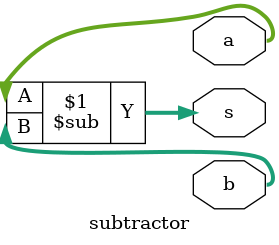
<source format=v>
`timescale 1ns / 1ps


module subtractor(
    output [47:0] s,
    output [47:0] a,
    output [47:0] b
    );
    assign s = a - b;
endmodule

</source>
